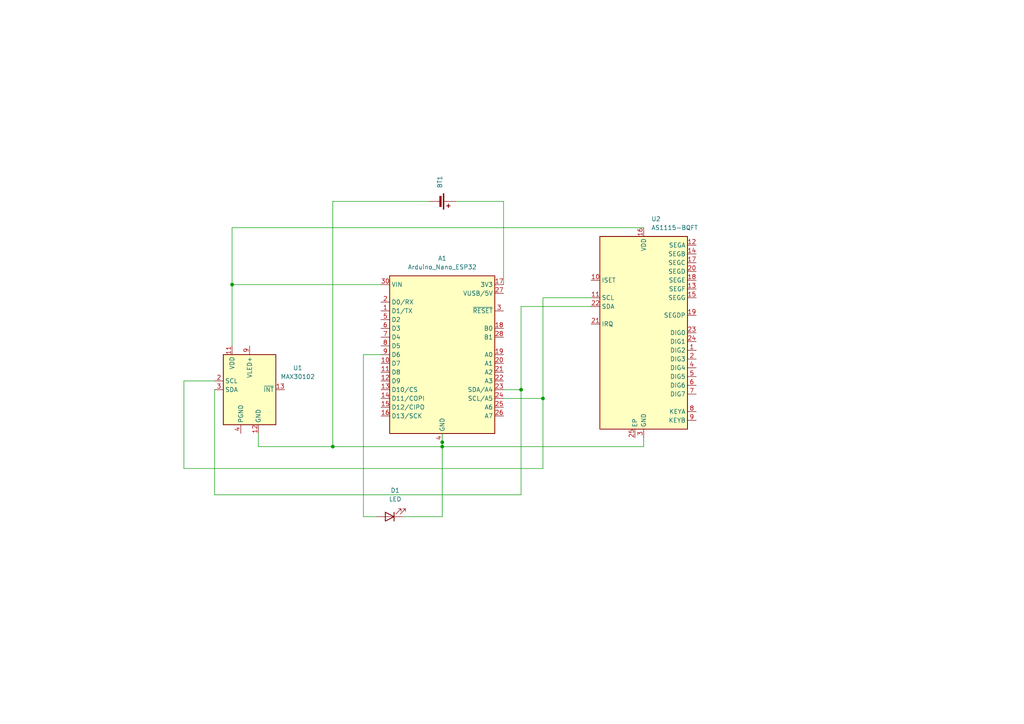
<source format=kicad_sch>
(kicad_sch (version 20231120) (generator "eeschema") (generator_version "8.0")
  (paper "A4")
  (title_block (title "final_PCB") (rev "V 1.0"))
  (lib_symbols
    (symbol "Device:Battery_Cell" (pin_numbers hide) (pin_names (offset 0) hide)
      (property "Reference" "BT" (at 2.54 2.54 0))
      (property "Value" "Battery_Cell" (at 2.54 0 0))
      (symbol "Battery_Cell_0_1"
        (rectangle (start -2.286 1.778) (end 2.286 1.524) (fill (type outline)))
        (rectangle (start -1.524 1.016) (end 1.524 0.508) (fill (type outline)))
        (polyline (pts (xy 0 0.762) (xy 0 0)))
        (polyline (pts (xy 0 1.778) (xy 0 2.54)))
        (polyline (pts (xy 0.762 3.048) (xy 1.778 3.048)) (stroke (width 0.254)))
        (polyline (pts (xy 1.27 3.556) (xy 1.27 2.54)) (stroke (width 0.254)))
      )
      (symbol "Battery_Cell_1_1"
        (pin passive line (at 0 5.08 270) (length 2.54) (name "+") (number "1"))
        (pin passive line (at 0 -2.54 90) (length 2.54) (name "-") (number "2"))
      )
    )
    (symbol "Device:LED" (pin_numbers hide) (pin_names (offset 1.016) hide)
      (property "Reference" "D" (at 0 2.54 0))
      (property "Value" "LED" (at 0 -2.54 0))
      (symbol "LED_0_1"
        (polyline (pts (xy -1.27 -1.27) (xy -1.27 1.27)) (stroke (width 0.254)))
        (polyline (pts (xy -1.27 0) (xy 1.27 0)))
        (polyline (pts (xy 1.27 -1.27) (xy 1.27 1.27) (xy -1.27 0) (xy 1.27 -1.27)) (stroke (width 0.254)))
        (polyline (pts (xy -3.048 -0.762) (xy -4.572 -2.286) (xy -3.81 -2.286) (xy -4.572 -2.286) (xy -4.572 -1.524)))
        (polyline (pts (xy -1.778 -0.762) (xy -3.302 -2.286) (xy -2.54 -2.286) (xy -3.302 -2.286) (xy -3.302 -1.524)))
      )
      (symbol "LED_1_1"
        (pin passive line (at -3.81 0 0) (length 2.54) (name "K") (number "1"))
        (pin passive line (at 3.81 0 180) (length 2.54) (name "A") (number "2"))
      )
    )
    (symbol "Interface_Expansion:AS1115-BQFT"
      (property "Reference" "U" (at -10.16 29.21 0))
      (property "Value" "AS1115-BQFT" (at 2.54 29.21 0))
      (symbol "AS1115-BQFT_0_1"
        (rectangle (start -12.7 27.94) (end 12.7 -27.94) (stroke (width 0.254)) (fill (type background)))
      )
      (symbol "AS1115-BQFT_1_1"
        (pin open_collector line (at 15.24 -5.08 180) (length 2.54) (name "DIG2") (number "1"))
        (pin passive line (at -15.24 15.24 0) (length 2.54) (name "ISET") (number "10"))
        (pin input line (at -15.24 10.16 0) (length 2.54) (name "SCL") (number "11"))
        (pin output line (at 15.24 25.4 180) (length 2.54) (name "SEGA") (number "12"))
        (pin output line (at 15.24 12.7 180) (length 2.54) (name "SEGF") (number "13"))
        (pin output line (at 15.24 22.86 180) (length 2.54) (name "SEGB") (number "14"))
        (pin output line (at 15.24 10.16 180) (length 2.54) (name "SEGG") (number "15"))
        (pin power_in line (at 0 30.48 270) (length 2.54) (name "VDD") (number "16"))
        (pin output line (at 15.24 20.32 180) (length 2.54) (name "SEGC") (number "17"))
        (pin output line (at 15.24 15.24 180) (length 2.54) (name "SEGE") (number "18"))
        (pin output line (at 15.24 5.08 180) (length 2.54) (name "SEGDP") (number "19"))
        (pin open_collector line (at 15.24 -7.62 180) (length 2.54) (name "DIG3") (number "2"))
        (pin output line (at 15.24 17.78 180) (length 2.54) (name "SEGD") (number "20"))
        (pin open_collector line (at -15.24 2.54 0) (length 2.54) (name "IRQ") (number "21"))
        (pin bidirectional line (at -15.24 7.62 0) (length 2.54) (name "SDA") (number "22"))
        (pin open_collector line (at 15.24 0 180) (length 2.54) (name "DIG0") (number "23"))
        (pin open_collector line (at 15.24 -2.54 180) (length 2.54) (name "DIG1") (number "24"))
        (pin passive line (at -2.54 -30.48 90) (length 2.54) (name "EP") (number "25"))
        (pin power_in line (at 0 -30.48 90) (length 2.54) (name "GND") (number "3"))
        (pin open_collector line (at 15.24 -10.16 180) (length 2.54) (name "DIG4") (number "4"))
        (pin open_collector line (at 15.24 -12.7 180) (length 2.54) (name "DIG5") (number "5"))
        (pin open_collector line (at 15.24 -15.24 180) (length 2.54) (name "DIG6") (number "6"))
        (pin open_collector line (at 15.24 -17.78 180) (length 2.54) (name "DIG7") (number "7"))
        (pin open_collector line (at 15.24 -22.86 180) (length 2.54) (name "KEYA") (number "8"))
        (pin open_collector line (at 15.24 -25.4 180) (length 2.54) (name "KEYB") (number "9"))
      )
    )
    (symbol "MCU_Module:Arduino_Nano_ESP32"
      (property "Reference" "A" (at -14.986 23.622 0))
      (property "Value" "Arduino_Nano_ESP32" (at 3.81 -25.654 0))
      (symbol "Arduino_Nano_ESP32_0_1"
        (rectangle (start -15.24 22.86) (end 15.24 -22.86) (stroke (width 0.254)) (fill (type background)))
      )
      (symbol "Arduino_Nano_ESP32_1_1"
        (pin bidirectional line (at -17.78 12.7 0) (length 2.54) (name "D1/TX") (number "1"))
        (pin bidirectional line (at -17.78 -2.54 0) (length 2.54) (name "D7") (number "10"))
        (pin bidirectional line (at -17.78 -5.08 0) (length 2.54) (name "D8") (number "11"))
        (pin bidirectional line (at -17.78 -7.62 0) (length 2.54) (name "D9") (number "12"))
        (pin bidirectional line (at -17.78 -10.16 0) (length 2.54) (name "D10/CS") (number "13"))
        (pin bidirectional line (at -17.78 -12.7 0) (length 2.54) (name "D11/COPI") (number "14"))
        (pin bidirectional line (at -17.78 -15.24 0) (length 2.54) (name "D12/CIPO") (number "15"))
        (pin bidirectional line (at -17.78 -17.78 0) (length 2.54) (name "D13/SCK") (number "16"))
        (pin power_out line (at 17.78 20.32 180) (length 2.54) (name "3V3") (number "17"))
        (pin bidirectional line (at 17.78 7.62 180) (length 2.54) (name "B0") (number "18"))
        (pin bidirectional line (at 17.78 0 180) (length 2.54) (name "A0") (number "19"))
        (pin bidirectional line (at -17.78 15.24 0) (length 2.54) (name "D0/RX") (number "2"))
        (pin bidirectional line (at 17.78 -2.54 180) (length 2.54) (name "A1") (number "20"))
        (pin bidirectional line (at 17.78 -5.08 180) (length 2.54) (name "A2") (number "21"))
        (pin bidirectional line (at 17.78 -7.62 180) (length 2.54) (name "A3") (number "22"))
        (pin bidirectional line (at 17.78 -10.16 180) (length 2.54) (name "SDA/A4") (number "23"))
        (pin bidirectional line (at 17.78 -12.7 180) (length 2.54) (name "SCL/A5") (number "24"))
        (pin bidirectional line (at 17.78 -15.24 180) (length 2.54) (name "A6") (number "25"))
        (pin bidirectional line (at 17.78 -17.78 180) (length 2.54) (name "A7") (number "26"))
        (pin power_out line (at 17.78 17.78 180) (length 2.54) (name "VUSB/5V") (number "27"))
        (pin bidirectional line (at 17.78 5.08 180) (length 2.54) (name "B1") (number "28"))
        (pin passive line (at 0 -25.4 90) (length 2.54) hide (name "GND") (number "29"))
        (pin input line (at 17.78 12.7 180) (length 2.54) (name "~{RESET}") (number "3"))
        (pin power_in line (at -17.78 20.32 0) (length 2.54) (name "VIN") (number "30"))
        (pin power_in line (at 0 -25.4 90) (length 2.54) (name "GND") (number "4"))
        (pin bidirectional line (at -17.78 10.16 0) (length 2.54) (name "D2") (number "5"))
        (pin bidirectional line (at -17.78 7.62 0) (length 2.54) (name "D3") (number "6"))
        (pin bidirectional line (at -17.78 5.08 0) (length 2.54) (name "D4") (number "7"))
        (pin bidirectional line (at -17.78 2.54 0) (length 2.54) (name "D5") (number "8"))
        (pin bidirectional line (at -17.78 0 0) (length 2.54) (name "D6") (number "9"))
      )
    )
    (symbol "Sensor:MAX30102"
      (property "Reference" "U" (at 7.62 15.24 0))
      (property "Value" "MAX30102" (at 7.62 12.7 0))
      (symbol "MAX30102_0_1"
        (rectangle (start -7.62 10.16) (end 7.62 -10.16) (stroke (width 0.254)) (fill (type background)))
      )
      (symbol "MAX30102_1_1"
        (pin no_connect line (at -7.62 5.08 0) (length 2.54) hide (name "NC") (number "1"))
        (pin passive line (at 0 12.7 270) (length 2.54) hide (name "VLED+") (number "10"))
        (pin power_in line (at -5.08 12.7 270) (length 2.54) (name "VDD") (number "11"))
        (pin power_in line (at 2.54 -12.7 90) (length 2.54) (name "GND") (number "12"))
        (pin output line (at 10.16 0 180) (length 2.54) (name "~{INT}") (number "13"))
        (pin no_connect line (at 7.62 2.54 180) (length 2.54) hide (name "NC") (number "14"))
        (pin input line (at -10.16 2.54 0) (length 2.54) (name "SCL") (number "2"))
        (pin bidirectional line (at -10.16 0 0) (length 2.54) (name "SDA") (number "3"))
        (pin power_in line (at -2.54 -12.7 90) (length 2.54) (name "PGND") (number "4"))
        (pin no_connect line (at 7.62 -7.62 180) (length 2.54) hide (name "NC") (number "5"))
        (pin no_connect line (at 7.62 -5.08 180) (length 2.54) hide (name "NC") (number "6"))
        (pin no_connect line (at -7.62 -2.54 0) (length 2.54) hide (name "NC") (number "7"))
        (pin no_connect line (at 7.62 5.08 180) (length 2.54) hide (name "NC") (number "8"))
        (pin power_in line (at 0 12.7 270) (length 2.54) (name "VLED+") (number "9"))
      )
    )
  )
  (junction (at 128.27 129.54))
  (junction (at 157.48 115.57))
  (junction (at 96.52 129.54))
  (junction (at 128.27 128.27))
  (junction (at 67.31 82.55))
  (junction (at 151.13 113.03))
  (wire (pts (xy 157.48 86.36) (xy 171.45 86.36)))
  (wire (pts (xy 62.23 143.51) (xy 151.13 143.51)))
  (wire (pts (xy 105.41 102.87) (xy 105.41 149.86)))
  (wire (pts (xy 74.93 125.73) (xy 74.93 129.54)))
  (wire (pts (xy 67.31 82.55) (xy 67.31 100.33)))
  (wire (pts (xy 128.27 125.73) (xy 128.27 128.27)))
  (wire (pts (xy 157.48 135.89) (xy 157.48 115.57)))
  (wire (pts (xy 110.49 82.55) (xy 67.31 82.55)))
  (wire (pts (xy 105.41 149.86) (xy 109.22 149.86)))
  (wire (pts (xy 53.34 110.49) (xy 53.34 135.89)))
  (wire (pts (xy 151.13 88.9) (xy 171.45 88.9)))
  (wire (pts (xy 67.31 66.04) (xy 67.31 82.55)))
  (wire (pts (xy 146.05 115.57) (xy 157.48 115.57)))
  (wire (pts (xy 128.27 129.54) (xy 128.27 149.86)))
  (wire (pts (xy 151.13 143.51) (xy 151.13 113.03)))
  (wire (pts (xy 186.69 127) (xy 186.69 129.54)))
  (wire (pts (xy 116.84 149.86) (xy 128.27 149.86)))
  (wire (pts (xy 151.13 113.03) (xy 151.13 88.9)))
  (wire (pts (xy 132.08 58.42) (xy 146.05 58.42)))
  (wire (pts (xy 74.93 129.54) (xy 96.52 129.54)))
  (wire (pts (xy 62.23 110.49) (xy 53.34 110.49)))
  (wire (pts (xy 110.49 102.87) (xy 105.41 102.87)))
  (wire (pts (xy 62.23 113.03) (xy 62.23 143.51)))
  (wire (pts (xy 128.27 129.54) (xy 186.69 129.54)))
  (wire (pts (xy 96.52 129.54) (xy 128.27 129.54)))
  (wire (pts (xy 128.27 128.27) (xy 128.27 129.54)))
  (wire (pts (xy 96.52 58.42) (xy 96.52 129.54)))
  (wire (pts (xy 186.69 66.04) (xy 67.31 66.04)))
  (wire (pts (xy 146.05 58.42) (xy 146.05 82.55)))
  (wire (pts (xy 157.48 86.36) (xy 157.48 115.57)))
  (wire (pts (xy 53.34 135.89) (xy 157.48 135.89)))
  (wire (pts (xy 146.05 113.03) (xy 151.13 113.03)))
  (wire (pts (xy 124.46 58.42) (xy 96.52 58.42)))
  (symbol (lib_id "Interface_Expansion:AS1115-BQFT") (at 186.69 96.52 0) (unit 1)
    (property "Reference" "U2" (at 188.8841 63.5 0) (effects (justify left)))
    (property "Value" "AS1115-BQFT" (at 188.8841 66.04 0) (effects (justify left)))
    (property "Footprint" "Package_DFN_QFN:TQFN-24-1EP_4x4mm_P0.5mm_EP2.8x2.8mm_PullBack_ThermalVias" (effects (hide yes)))
    (property "Datasheet" "https://ams.com/documents/20143/36005/AS1115_DS000206_1-00.pdf/3d3e6d35-b184-1329-adf9-2d769eb2404f" (effects (hide yes)))
    (property "Description" "64 LEDs, I2C Interfaced LED Driver with Keyscan, TQFN-24" (effects (hide yes)))
  )
  (symbol (lib_id "MCU_Module:Arduino_Nano_ESP32") (at 128.27 102.87 0) (unit 1)
    (property "Reference" "A1" (at 128.27 74.93 0))
    (property "Value" "Arduino_Nano_ESP32" (at 128.27 77.47 0))
    (property "Footprint" "Module:Arduino_Nano" (effects (hide yes)))
    (property "Datasheet" "https://docs.arduino.cc/resources/datasheets/ABX00083-datasheet.pdf" (effects (hide yes)))
    (property "Description" "Arduino Nano board based on the ESP32-S3 with a dual-core 240 MHz processor, 384 kB ROM, 512 kB SRAM. Operates at 3.3V, with 5V USB-C® input and 6-21V VIN. Features Wi-Fi®, Bluetooth® LE, digital and analog pins, and supports SPI, I2C, UART, I2S, and CAN." (effects (hide yes)))
  )
  (symbol (lib_id "Sensor:MAX30102") (at 72.39 113.03 0) (unit 1)
    (property "Reference" "U1" (at 86.36 106.7114 0))
    (property "Value" "MAX30102" (at 86.36 109.2514 0))
    (property "Footprint" "OptoDevice:Maxim_OLGA-14_3.3x5.6mm_P0.8mm" (effects (hide yes)))
    (property "Datasheet" "https://datasheets.maximintegrated.com/en/ds/MAX30102.pdf" (effects (hide yes)))
    (property "Description" "Heart Rate Sensor, 14-OLGA" (effects (hide yes)))
  )
  (symbol (lib_id "Device:LED") (at 113.03 149.86 180) (unit 1)
    (property "Reference" "D1" (at 114.6175 142.24 0))
    (property "Value" "LED" (at 114.6175 144.78 0))
    (property "Description" "Light emitting diode" (effects (hide yes)))
  )
  (symbol (lib_id "Device:Battery_Cell") (at 127 58.42 270) (unit 1)
    (property "Reference" "BT1" (at 127.5714 54.61 0) (effects (justify right)))
    (property "Value" "Battery_Cell" (effects (hide yes)))
    (property "Description" "Single-cell battery" (effects (hide yes)))
  )
)
</source>
